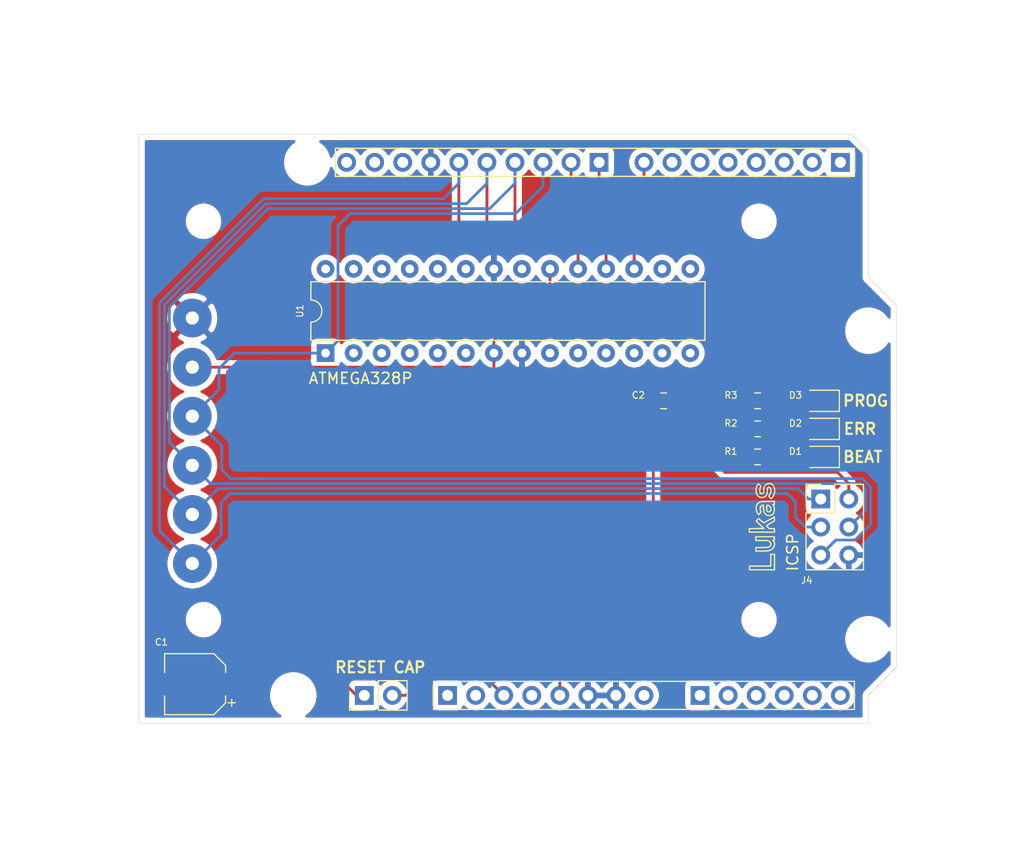
<source format=kicad_pcb>
(kicad_pcb (version 20171130) (host pcbnew "(5.1.9-0-10_14)")
  (layers (0 F.Cu signal) (31 B.Cu signal) (34 B.Paste user) (35 F.Paste user) (36 B.SilkS user) (37 F.SilkS user) (38 B.Mask user) (39 F.Mask user) (44 Edge.Cuts user))
  (net 0 "")
  (net 1 "Net-(J1-Pad8)")
  (net 2 "Net-(J1-Pad4)")
  (net 3 "Net-(J1-Pad3)")
  (net 4 "Net-(J1-Pad2)")
  (net 5 "Net-(J1-Pad1)")
  (net 6 GND)
  (net 7 "Net-(C1-Pad1)")
  (net 8 ICSP_5V)
  (net 9 "Net-(J2-Pad1)")
  (net 10 "Net-(J2-Pad2)")
  (net 11 "Net-(J2-Pad3)")
  (net 12 "Net-(J2-Pad4)")
  (net 13 "Net-(J2-Pad5)")
  (net 14 "Net-(J2-Pad6)")
  (net 15 ICSP_RST)
  (net 16 ICSP_MOSI)
  (net 17 ICSP_SCK)
  (net 18 ICSP_MISO)
  (net 19 LED_ERR)
  (net 20 LED_BEAT)
  (net 21 "Net-(J34-Pad8)")
  (net 22 "Net-(J34-Pad9)")
  (net 23 "Net-(J34-Pad10)")
  (net 24 "Net-(J35-Pad1)")
  (net 25 "Net-(J35-Pad2)")
  (net 26 "Net-(J35-Pad3)")
  (net 27 "Net-(J35-Pad4)")
  (net 28 "Net-(J35-Pad5)")
  (net 29 "Net-(J35-Pad6)")
  (net 30 "Net-(J35-Pad7)")
  (net 31 LED_PROG)
  (net 32 "Net-(U1-Pad28)")
  (net 33 "Net-(U1-Pad14)")
  (net 34 "Net-(U1-Pad27)")
  (net 35 "Net-(U1-Pad13)")
  (net 36 "Net-(U1-Pad26)")
  (net 37 "Net-(U1-Pad12)")
  (net 38 "Net-(U1-Pad25)")
  (net 39 "Net-(U1-Pad11)")
  (net 40 "Net-(U1-Pad24)")
  (net 41 "Net-(U1-Pad10)")
  (net 42 "Net-(U1-Pad23)")
  (net 43 "Net-(U1-Pad9)")
  (net 44 "Net-(U1-Pad21)")
  (net 45 "Net-(U1-Pad6)")
  (net 46 "Net-(U1-Pad5)")
  (net 47 "Net-(U1-Pad4)")
  (net 48 "Net-(U1-Pad3)")
  (net 49 "Net-(U1-Pad16)")
  (net 50 "Net-(U1-Pad2)")
  (net 51 "Net-(U1-Pad15)")
  (net 52 "Net-(D1-Pad2)")
  (net 53 "Net-(D2-Pad2)")
  (net 54 "Net-(D3-Pad2)")
  (module Resistor_SMD:R_0805_2012Metric (layer F.Cu) (at 157.607 97.79)
    (fp_text reference R3 (at -2.413 -0.508) (layer F.SilkS) (effects (font (size 0.6 0.6) (thickness 0.1))))
    (fp_text value R)
    (pad 2 smd roundrect (at 0.9375 0) (size 0.975 1.4) (layers F.Cu F.Paste F.Mask) (net 54 "Net-(D3-Pad2)"))
    (pad 1 smd roundrect (at -0.9375 0) (size 0.975 1.4) (layers F.Cu F.Paste F.Mask) (net 31 LED_PROG))
  )
  (module Resistor_SMD:R_0805_2012Metric (layer F.Cu) (at 157.607 100.33)
    (fp_text reference R2 (at -2.413 -0.508) (layer F.SilkS) (effects (font (size 0.6 0.6) (thickness 0.1))))
    (fp_text value R)
    (pad 2 smd roundrect (at 0.9375 0) (size 0.975 1.4) (layers F.Cu F.Paste F.Mask) (net 53 "Net-(D2-Pad2)"))
    (pad 1 smd roundrect (at -0.9375 0) (size 0.975 1.4) (layers F.Cu F.Paste F.Mask) (net 19 LED_ERR))
  )
  (module Resistor_SMD:R_0805_2012Metric (layer F.Cu) (at 157.607 102.87)
    (fp_text reference R1 (at -2.413 -0.508) (layer F.SilkS) (effects (font (size 0.6 0.6) (thickness 0.1))))
    (fp_text value R)
    (pad 2 smd roundrect (at 0.9375 0) (size 0.975 1.4) (layers F.Cu F.Paste F.Mask) (net 52 "Net-(D1-Pad2)"))
    (pad 1 smd roundrect (at -0.9375 0) (size 0.975 1.4) (layers F.Cu F.Paste F.Mask) (net 20 LED_BEAT))
  )
  (module LED_SMD:LED_0805_2012Metric (layer F.Cu) (at 163.322 97.79 180)
    (fp_text reference D3 (at 2.286 0.508) (layer F.SilkS) (effects (font (size 0.6 0.6) (thickness 0.1))))
    (fp_text value LED)
    (pad 2 smd roundrect (at 0.9375 0 180) (size 0.975 1.4) (layers F.Cu F.Paste F.Mask) (net 54 "Net-(D3-Pad2)"))
    (pad 1 smd roundrect (at -0.9375 0 180) (size 0.975 1.4) (layers F.Cu F.Paste F.Mask) (net 6 GND))
  )
  (module LED_SMD:LED_0805_2012Metric (layer F.Cu) (at 163.322 100.33 180)
    (fp_text reference D2 (at 2.286 0.508) (layer F.SilkS) (effects (font (size 0.6 0.6) (thickness 0.1))))
    (fp_text value LED)
    (pad 2 smd roundrect (at 0.9375 0 180) (size 0.975 1.4) (layers F.Cu F.Paste F.Mask) (net 53 "Net-(D2-Pad2)"))
    (pad 1 smd roundrect (at -0.9375 0 180) (size 0.975 1.4) (layers F.Cu F.Paste F.Mask) (net 6 GND))
  )
  (module LED_SMD:LED_0805_2012Metric (layer F.Cu) (at 163.322 102.87 180)
    (fp_text reference D1 (at 2.286 0.508) (layer F.SilkS) (effects (font (size 0.6 0.6) (thickness 0.1))))
    (fp_text value LED)
    (pad 2 smd roundrect (at 0.9375 0 180) (size 0.975 1.4) (layers F.Cu F.Paste F.Mask) (net 52 "Net-(D1-Pad2)"))
    (pad 1 smd roundrect (at -0.9375 0 180) (size 0.975 1.4) (layers F.Cu F.Paste F.Mask) (net 6 GND))
  )
  (module Package_DIP:DIP-28_W7.62mm (layer F.Cu) (at 118.491 93.472 90)
    (fp_text reference U1 (at 3.81 -2.33 90) (layer F.SilkS) (effects (font (size 0.6 0.6) (thickness 0.1))))
    (fp_text value ATmega328P-PU)
    (pad 28 thru_hole oval (at 7.62 0 90) (size 1.6 1.6) (drill 0.8) (layers *.Cu *.Mask) (net 32 "Net-(U1-Pad28)"))
    (pad 14 thru_hole oval (at 0 33.02 90) (size 1.6 1.6) (drill 0.8) (layers *.Cu *.Mask) (net 33 "Net-(U1-Pad14)"))
    (pad 27 thru_hole oval (at 7.62 2.54 90) (size 1.6 1.6) (drill 0.8) (layers *.Cu *.Mask) (net 34 "Net-(U1-Pad27)"))
    (pad 13 thru_hole oval (at 0 30.48 90) (size 1.6 1.6) (drill 0.8) (layers *.Cu *.Mask) (net 35 "Net-(U1-Pad13)"))
    (pad 26 thru_hole oval (at 7.62 5.08 90) (size 1.6 1.6) (drill 0.8) (layers *.Cu *.Mask) (net 36 "Net-(U1-Pad26)"))
    (pad 12 thru_hole oval (at 0 27.94 90) (size 1.6 1.6) (drill 0.8) (layers *.Cu *.Mask) (net 37 "Net-(U1-Pad12)"))
    (pad 25 thru_hole oval (at 7.62 7.62 90) (size 1.6 1.6) (drill 0.8) (layers *.Cu *.Mask) (net 38 "Net-(U1-Pad25)"))
    (pad 11 thru_hole oval (at 0 25.4 90) (size 1.6 1.6) (drill 0.8) (layers *.Cu *.Mask) (net 39 "Net-(U1-Pad11)"))
    (pad 24 thru_hole oval (at 7.62 10.16 90) (size 1.6 1.6) (drill 0.8) (layers *.Cu *.Mask) (net 40 "Net-(U1-Pad24)"))
    (pad 10 thru_hole oval (at 0 22.86 90) (size 1.6 1.6) (drill 0.8) (layers *.Cu *.Mask) (net 41 "Net-(U1-Pad10)"))
    (pad 23 thru_hole oval (at 7.62 12.7 90) (size 1.6 1.6) (drill 0.8) (layers *.Cu *.Mask) (net 42 "Net-(U1-Pad23)"))
    (pad 9 thru_hole oval (at 0 20.32 90) (size 1.6 1.6) (drill 0.8) (layers *.Cu *.Mask) (net 43 "Net-(U1-Pad9)"))
    (pad 22 thru_hole oval (at 7.62 15.24 90) (size 1.6 1.6) (drill 0.8) (layers *.Cu *.Mask) (net 6 GND))
    (pad 8 thru_hole oval (at 0 17.78 90) (size 1.6 1.6) (drill 0.8) (layers *.Cu *.Mask) (net 6 GND))
    (pad 21 thru_hole oval (at 7.62 17.78 90) (size 1.6 1.6) (drill 0.8) (layers *.Cu *.Mask) (net 44 "Net-(U1-Pad21)"))
    (pad 7 thru_hole oval (at 0 15.24 90) (size 1.6 1.6) (drill 0.8) (layers *.Cu *.Mask) (net 8 ICSP_5V))
    (pad 20 thru_hole oval (at 7.62 20.32 90) (size 1.6 1.6) (drill 0.8) (layers *.Cu *.Mask) (net 8 ICSP_5V))
    (pad 6 thru_hole oval (at 0 12.7 90) (size 1.6 1.6) (drill 0.8) (layers *.Cu *.Mask) (net 45 "Net-(U1-Pad6)"))
    (pad 19 thru_hole oval (at 7.62 22.86 90) (size 1.6 1.6) (drill 0.8) (layers *.Cu *.Mask) (net 17 ICSP_SCK))
    (pad 5 thru_hole oval (at 0 10.16 90) (size 1.6 1.6) (drill 0.8) (layers *.Cu *.Mask) (net 46 "Net-(U1-Pad5)"))
    (pad 18 thru_hole oval (at 7.62 25.4 90) (size 1.6 1.6) (drill 0.8) (layers *.Cu *.Mask) (net 18 ICSP_MISO))
    (pad 4 thru_hole oval (at 0 7.62 90) (size 1.6 1.6) (drill 0.8) (layers *.Cu *.Mask) (net 47 "Net-(U1-Pad4)"))
    (pad 17 thru_hole oval (at 7.62 27.94 90) (size 1.6 1.6) (drill 0.8) (layers *.Cu *.Mask) (net 16 ICSP_MOSI))
    (pad 3 thru_hole oval (at 0 5.08 90) (size 1.6 1.6) (drill 0.8) (layers *.Cu *.Mask) (net 48 "Net-(U1-Pad3)"))
    (pad 16 thru_hole oval (at 7.62 30.48 90) (size 1.6 1.6) (drill 0.8) (layers *.Cu *.Mask) (net 49 "Net-(U1-Pad16)"))
    (pad 2 thru_hole oval (at 0 2.54 90) (size 1.6 1.6) (drill 0.8) (layers *.Cu *.Mask) (net 50 "Net-(U1-Pad2)"))
    (pad 15 thru_hole oval (at 7.62 33.02 90) (size 1.6 1.6) (drill 0.8) (layers *.Cu *.Mask) (net 51 "Net-(U1-Pad15)"))
    (pad 1 thru_hole rect (at 0 0 90) (size 1.6 1.6) (drill 0.8) (layers *.Cu *.Mask) (net 15 ICSP_RST))
  )
  (module Connector_Wire:SolderWirePad_1x01_Drill1.2mm (layer F.Cu) (at 106.426 90.297 90)
    (fp_text reference J10 hide)
    (fp_text value Conn_01x01_Female)
    (pad 1 thru_hole circle (at 0 0 90) (size 3.50012 3.50012) (drill 1.19888) (layers *.Cu *.Mask) (net 6 GND))
  )
  (module Connector_Wire:SolderWirePad_1x01_Drill1.2mm (layer F.Cu) (at 106.426 94.742 90)
    (fp_text reference J9 hide)
    (fp_text value Conn_01x01_Female)
    (pad 1 thru_hole circle (at 0 0 90) (size 3.50012 3.50012) (drill 1.19888) (layers *.Cu *.Mask) (net 8 ICSP_5V))
  )
  (module Connector_Wire:SolderWirePad_1x01_Drill1.2mm (layer F.Cu) (at 106.426 99.187 90)
    (fp_text reference J8 hide)
    (fp_text value Conn_01x01_Female)
    (pad 1 thru_hole circle (at 0 0 90) (size 3.50012 3.50012) (drill 1.19888) (layers *.Cu *.Mask) (net 15 ICSP_RST))
  )
  (module Connector_Wire:SolderWirePad_1x01_Drill1.2mm (layer F.Cu) (at 106.426 103.632 90)
    (fp_text reference J7 hide)
    (fp_text value Conn_01x01_Female)
    (pad 1 thru_hole circle (at 0 0 90) (size 3.50012 3.50012) (drill 1.19888) (layers *.Cu *.Mask) (net 16 ICSP_MOSI))
  )
  (module Connector_Wire:SolderWirePad_1x01_Drill1.2mm (layer F.Cu) (at 106.426 108.077 90)
    (fp_text reference J6 hide)
    (fp_text value Conn_01x01_Female)
    (pad 1 thru_hole circle (at 0 0 90) (size 3.50012 3.50012) (drill 1.19888) (layers *.Cu *.Mask) (net 18 ICSP_MISO))
  )
  (module Connector_Wire:SolderWirePad_1x01_Drill1.2mm (layer F.Cu) (at 106.426 112.522 90)
    (fp_text reference J5 hide)
    (fp_text value Conn_01x01_Female)
    (pad 1 thru_hole circle (at 0 0 90) (size 3.50012 3.50012) (drill 1.19888) (layers *.Cu *.Mask) (net 17 ICSP_SCK))
  )
  (module Capacitor_SMD:C_0805_2012Metric (layer F.Cu) (at 149.098 97.79)
    (fp_text reference C2 (at -2.286 -0.508) (layer F.SilkS) (effects (font (size 0.6 0.6) (thickness 0.1))))
    (fp_text value C)
    (pad 2 smd roundrect (at 0.9375 0) (size 0.975 1.4) (layers F.Cu F.Paste F.Mask) (net 6 GND))
    (pad 1 smd roundrect (at -0.9375 0) (size 0.975 1.4) (layers F.Cu F.Paste F.Mask) (net 8 ICSP_5V))
  )
  (module Connector_PinHeader_2.54mm:PinHeader_2x03_P2.54mm_Vertical (layer F.Cu) (at 163.322 106.68)
    (fp_text reference J4 (at -1.27 7.366 180) (layer F.SilkS) (effects (font (size 0.6 0.6) (thickness 0.1))))
    (fp_text value Conn_02x03_Odd_Even)
    (pad 6 thru_hole oval (at 2.54 5.08) (size 1.7 1.7) (drill 1) (layers *.Cu *.Mask) (net 6 GND))
    (pad 5 thru_hole oval (at 0 5.08) (size 1.7 1.7) (drill 1) (layers *.Cu *.Mask) (net 15 ICSP_RST))
    (pad 4 thru_hole oval (at 2.54 2.54) (size 1.7 1.7) (drill 1) (layers *.Cu *.Mask) (net 16 ICSP_MOSI))
    (pad 3 thru_hole oval (at 0 2.54) (size 1.7 1.7) (drill 1) (layers *.Cu *.Mask) (net 17 ICSP_SCK))
    (pad 2 thru_hole oval (at 2.54 0) (size 1.7 1.7) (drill 1) (layers *.Cu *.Mask) (net 8 ICSP_5V))
    (pad 1 thru_hole rect (at 0 0) (size 1.7 1.7) (drill 1) (layers *.Cu *.Mask) (net 18 ICSP_MISO))
  )
  (module MountingHole:MountingHole_3.2mm_M3 (layer F.Cu) (at 115.57 124.46)
    (fp_text reference REF** hide)
    (fp_text value MountingHole_3.2mm_M3)
    (pad 1 np_thru_hole circle (at 0 0) (size 3.2 3.2) (drill 3.2) (layers *.Cu *.Mask))
  )
  (module Connector_PinHeader_2.54mm:PinHeader_1x02_P2.54mm_Vertical (layer F.Cu) (at 121.9962 124.46 90)
    (fp_text reference J3 hide)
    (fp_text value Conn_01x02_Male)
    (pad 2 thru_hole oval (at 0 2.54 90) (size 1.7 1.7) (drill 1) (layers *.Cu *.Mask) (net 3 "Net-(J1-Pad3)"))
    (pad 1 thru_hole rect (at 0 0 90) (size 1.7 1.7) (drill 1) (layers *.Cu *.Mask) (net 7 "Net-(C1-Pad1)"))
  )
  (module MountingHole:MountingHole_2.2mm_M2 (layer F.Cu) (at 107.442 117.602)
    (fp_text reference H4 hide)
    (fp_text value MountingHole)
    (pad 1 np_thru_hole circle (at 0 0) (size 2.2 2.2) (drill 2.2) (layers *.Cu *.Mask))
  )
  (module MountingHole:MountingHole_2.2mm_M2 (layer F.Cu) (at 107.442 81.534)
    (fp_text reference H3 hide)
    (fp_text value MountingHole)
    (pad 1 np_thru_hole circle (at 0 0) (size 2.2 2.2) (drill 2.2) (layers *.Cu *.Mask))
  )
  (module MountingHole:MountingHole_2.2mm_M2 (layer F.Cu) (at 157.734 81.534)
    (fp_text reference H2 hide)
    (fp_text value MountingHole)
    (pad 1 np_thru_hole circle (at 0 0) (size 2.2 2.2) (drill 2.2) (layers *.Cu *.Mask))
  )
  (module MountingHole:MountingHole_2.2mm_M2 (layer F.Cu) (at 157.734 117.602)
    (fp_text reference H1 hide)
    (fp_text value MountingHole)
    (pad 1 np_thru_hole circle (at 0 0) (size 2.2 2.2) (drill 2.2) (layers *.Cu *.Mask))
  )
  (module Capacitor_SMD:CP_Elec_5x5.3 (layer F.Cu) (at 106.68 123.444 180)
    (fp_text reference C1 (at 3.048 3.81) (layer F.SilkS) (effects (font (size 0.6 0.6) (thickness 0.1))))
    (fp_text value 10uF)
    (pad 2 smd roundrect (at 2.2 0 180) (size 3 1.6) (layers F.Cu F.Paste F.Mask) (roundrect_rratio 0.15625) (net 6 GND))
    (pad 1 smd roundrect (at -2.2 0 180) (size 3 1.6) (layers F.Cu F.Paste F.Mask) (roundrect_rratio 0.15625) (net 7 "Net-(C1-Pad1)"))
  )
  (module lukas_logos:LukasLogo2_Tiny (layer F.Cu) (at 157.988 109.22 90)
    (fp_text reference G*** hide)
    (fp_text value LOGO hide)
  )
  (module MountingHole:MountingHole_3.2mm_M3 (layer F.Cu) (at 116.84 76.2)
    (fp_text reference REF** hide)
    (fp_text value MountingHole_3.2mm_M3)
    (pad 1 np_thru_hole circle (at 0 0) (size 3.2 3.2) (drill 3.2) (layers *.Cu *.Mask))
  )
  (module MountingHole:MountingHole_3.2mm_M3 (layer F.Cu) (at 167.64 91.44)
    (fp_text reference REF** hide)
    (fp_text value MountingHole_3.2mm_M3)
    (pad 1 np_thru_hole circle (at 0 0) (size 3.2 3.2) (drill 3.2) (layers *.Cu *.Mask))
  )
  (module MountingHole:MountingHole_3.2mm_M3 (layer F.Cu) (at 167.64 119.38)
    (fp_text reference REF** hide)
    (fp_text value MountingHole_3.2mm_M3)
    (pad 1 np_thru_hole circle (at 0 0) (size 3.2 3.2) (drill 3.2) (layers *.Cu *.Mask))
  )
  (module Connector_PinHeader_2.54mm:PinHeader_1x08_P2.54mm_Vertical (layer F.Cu) (at 129.54 124.46 90)
    (fp_text reference J1 hide)
    (fp_text value CONN_POWER)
    (pad 8 thru_hole oval (at 0 17.78 90) (size 1.7 1.7) (drill 1) (layers *.Cu *.Mask) (net 1 "Net-(J1-Pad8)"))
    (pad 7 thru_hole oval (at 0 15.24 90) (size 1.7 1.7) (drill 1) (layers *.Cu *.Mask) (net 6 GND))
    (pad 6 thru_hole oval (at 0 12.7 90) (size 1.7 1.7) (drill 1) (layers *.Cu *.Mask) (net 6 GND))
    (pad 5 thru_hole oval (at 0 10.16 90) (size 1.7 1.7) (drill 1) (layers *.Cu *.Mask) (net 8 ICSP_5V))
    (pad 4 thru_hole oval (at 0 7.62 90) (size 1.7 1.7) (drill 1) (layers *.Cu *.Mask) (net 2 "Net-(J1-Pad4)"))
    (pad 3 thru_hole oval (at 0 5.08 90) (size 1.7 1.7) (drill 1) (layers *.Cu *.Mask) (net 3 "Net-(J1-Pad3)"))
    (pad 2 thru_hole oval (at 0 2.54 90) (size 1.7 1.7) (drill 1) (layers *.Cu *.Mask) (net 4 "Net-(J1-Pad2)"))
    (pad 1 thru_hole rect (at 0 0 90) (size 1.7 1.7) (drill 1) (layers *.Cu *.Mask) (net 5 "Net-(J1-Pad1)"))
  )
  (module Connector_PinHeader_2.54mm:PinHeader_1x06_P2.54mm_Vertical (layer F.Cu) (at 152.4 124.46 90)
    (fp_text reference J2 hide)
    (fp_text value CONN_ANALOG_IN)
    (pad 1 thru_hole rect (at 0 0 90) (size 1.7 1.7) (drill 1) (layers *.Cu *.Mask) (net 9 "Net-(J2-Pad1)"))
    (pad 2 thru_hole oval (at 0 2.54 90) (size 1.7 1.7) (drill 1) (layers *.Cu *.Mask) (net 10 "Net-(J2-Pad2)"))
    (pad 3 thru_hole oval (at 0 5.08 90) (size 1.7 1.7) (drill 1) (layers *.Cu *.Mask) (net 11 "Net-(J2-Pad3)"))
    (pad 4 thru_hole oval (at 0 7.62 90) (size 1.7 1.7) (drill 1) (layers *.Cu *.Mask) (net 12 "Net-(J2-Pad4)"))
    (pad 5 thru_hole oval (at 0 10.16 90) (size 1.7 1.7) (drill 1) (layers *.Cu *.Mask) (net 13 "Net-(J2-Pad5)"))
    (pad 6 thru_hole oval (at 0 12.7 90) (size 1.7 1.7) (drill 1) (layers *.Cu *.Mask) (net 14 "Net-(J2-Pad6)"))
  )
  (module Connector_PinHeader_2.54mm:PinHeader_1x10_P2.54mm_Vertical (layer F.Cu) (at 143.256 76.2 270)
    (fp_text reference J34 hide)
    (fp_text value CONN_DIGITAL_8-13)
    (pad 1 thru_hole rect (at 0 0 270) (size 1.7 1.7) (drill 1) (layers *.Cu *.Mask) (net 19 LED_ERR))
    (pad 2 thru_hole oval (at 0 2.54 270) (size 1.7 1.7) (drill 1) (layers *.Cu *.Mask) (net 20 LED_BEAT))
    (pad 3 thru_hole oval (at 0 5.08 270) (size 1.7 1.7) (drill 1) (layers *.Cu *.Mask) (net 15 ICSP_RST))
    (pad 4 thru_hole oval (at 0 7.62 270) (size 1.7 1.7) (drill 1) (layers *.Cu *.Mask) (net 16 ICSP_MOSI))
    (pad 5 thru_hole oval (at 0 10.16 270) (size 1.7 1.7) (drill 1) (layers *.Cu *.Mask) (net 18 ICSP_MISO))
    (pad 6 thru_hole oval (at 0 12.7 270) (size 1.7 1.7) (drill 1) (layers *.Cu *.Mask) (net 17 ICSP_SCK))
    (pad 7 thru_hole oval (at 0 15.24 270) (size 1.7 1.7) (drill 1) (layers *.Cu *.Mask) (net 6 GND))
    (pad 8 thru_hole oval (at 0 17.78 270) (size 1.7 1.7) (drill 1) (layers *.Cu *.Mask) (net 21 "Net-(J34-Pad8)"))
    (pad 9 thru_hole oval (at 0 20.32 270) (size 1.7 1.7) (drill 1) (layers *.Cu *.Mask) (net 22 "Net-(J34-Pad9)"))
    (pad 10 thru_hole oval (at 0 22.86 270) (size 1.7 1.7) (drill 1) (layers *.Cu *.Mask) (net 23 "Net-(J34-Pad10)"))
  )
  (module Connector_PinHeader_2.54mm:PinHeader_1x08_P2.54mm_Vertical (layer F.Cu) (at 165.1 76.2 270)
    (fp_text reference J35)
    (fp_text value CONN_DIGITAL_0-7)
    (pad 1 thru_hole rect (at 0 0 270) (size 1.7 1.7) (drill 1) (layers *.Cu *.Mask) (net 24 "Net-(J35-Pad1)"))
    (pad 2 thru_hole oval (at 0 2.54 270) (size 1.7 1.7) (drill 1) (layers *.Cu *.Mask) (net 25 "Net-(J35-Pad2)"))
    (pad 3 thru_hole oval (at 0 5.08 270) (size 1.7 1.7) (drill 1) (layers *.Cu *.Mask) (net 26 "Net-(J35-Pad3)"))
    (pad 4 thru_hole oval (at 0 7.62 270) (size 1.7 1.7) (drill 1) (layers *.Cu *.Mask) (net 27 "Net-(J35-Pad4)"))
    (pad 5 thru_hole oval (at 0 10.16 270) (size 1.7 1.7) (drill 1) (layers *.Cu *.Mask) (net 28 "Net-(J35-Pad5)"))
    (pad 6 thru_hole oval (at 0 12.7 270) (size 1.7 1.7) (drill 1) (layers *.Cu *.Mask) (net 29 "Net-(J35-Pad6)"))
    (pad 7 thru_hole oval (at 0 15.24 270) (size 1.7 1.7) (drill 1) (layers *.Cu *.Mask) (net 30 "Net-(J35-Pad7)"))
    (pad 8 thru_hole oval (at 0 17.78 270) (size 1.7 1.7) (drill 1) (layers *.Cu *.Mask) (net 31 LED_PROG))
  )
  (gr_text ATMEGA328P (at 121.666 95.758) (layer F.SilkS) (effects (font (size 1 1))))
  (gr_text ICSP (at 160.782 111.506 90) (layer F.SilkS) (effects (font (size 1 1))))
  (gr_line (start 166.37 74.93) (end 166.37 77.47) (layer F.SilkS) (width 0.12))
  (gr_text "RESET CAP" (at 123.444 121.92) (layer F.SilkS) (effects (font (size 1 1) (thickness 0.2))))
  (gr_text PROG (at 167.386 97.79) (layer F.SilkS) (effects (font (size 1 1) (thickness 0.2))))
  (gr_text ERR (at 166.878 100.33) (layer F.SilkS) (effects (font (size 1 1) (thickness 0.2))))
  (gr_text BEAT (at 167.132 102.87) (layer F.SilkS) (effects (font (size 1 1) (thickness 0.2))))
  (gr_line (start 140.716 77.47) (end 166.37 77.47) (layer F.SilkS) (width 0.12))
  (gr_line (start 138.176 77.47) (end 140.716 77.47) (layer F.SilkS) (width 0.12))
  (gr_line (start 130.302 77.47) (end 138.176 77.47) (layer F.SilkS) (width 0.12))
  (gr_line (start 119.38 77.47) (end 130.302 77.47) (layer F.SilkS) (width 0.12))
  (gr_line (start 128.27 123.19) (end 128.27 125.73) (layer F.SilkS) (width 0.12))
  (gr_line (start 128.27 123.19) (end 166.37 123.19) (layer F.SilkS) (width 0.12))
  (gr_line (start 144.78 74.93) (end 146.05 74.93) (layer F.SilkS) (width 0.12))
  (gr_line (start 148.59 125.73) (end 151.13 125.73) (layer F.SilkS) (width 0.12))
  (gr_line (start 148.59 125.73) (end 128.27 125.73) (layer F.SilkS) (width 0.12))
  (gr_line (start 166.37 125.73) (end 166.37 123.19) (layer F.SilkS) (width 0.12))
  (gr_line (start 151.13 125.73) (end 166.37 125.73) (layer F.SilkS) (width 0.12))
  (gr_line (start 119.38 74.93) (end 119.38 77.47) (layer F.SilkS) (width 0.12))
  (gr_line (start 144.78 74.93) (end 119.38 74.93) (layer F.SilkS) (width 0.12))
  (gr_line (start 166.37 74.93) (end 146.05 74.93) (layer F.SilkS) (width 0.12))
  (gr_line (start 167.64 86.614) (end 167.64 75.184) (layer Edge.Cuts) (width 0.05))
  (gr_line (start 170.18 89.154) (end 167.64 86.614) (layer Edge.Cuts) (width 0.05))
  (gr_line (start 170.18 96.52) (end 170.18 89.154) (layer Edge.Cuts) (width 0.05))
  (gr_line (start 170.18 109.22) (end 170.18 96.52) (layer Edge.Cuts) (width 0.05))
  (gr_line (start 170.18 121.92) (end 170.18 109.22) (layer Edge.Cuts) (width 0.05))
  (gr_line (start 170.18 121.92) (end 167.64 124.46) (layer Edge.Cuts) (width 0.05))
  (gr_line (start 167.64 127) (end 167.64 124.46) (layer Edge.Cuts) (width 0.05))
  (gr_line (start 167.64 75.184) (end 166.116 73.66) (layer Edge.Cuts) (width 0.05))
  (gr_line (start 165.1 73.66) (end 166.116 73.66) (layer Edge.Cuts) (width 0.05))
  (gr_line (start 101.6 73.66) (end 165.1 73.66) (layer Edge.Cuts) (width 0.05))
  (gr_line (start 101.6 127) (end 101.6 73.66) (layer Edge.Cuts) (width 0.05))
  (gr_line (start 101.6 127) (end 167.64 127) (layer Edge.Cuts) (width 0.05))
  (segment (start 124.5362 124.46) (end 125.73 124.46) (width 0.25) (layer F.Cu) (net 3))
  (segment (start 125.73 124.46) (end 127.635 122.555) (width 0.25) (layer F.Cu) (net 3))
  (segment (start 132.715 122.555) (end 134.62 124.46) (width 0.25) (layer F.Cu) (net 3))
  (segment (start 127.635 122.555) (end 132.715 122.555) (width 0.25) (layer F.Cu) (net 3))
  (segment (start 110.871 123.444) (end 113.665 120.65) (width 0.25) (layer F.Cu) (net 7))
  (segment (start 108.88 123.444) (end 110.871 123.444) (width 0.25) (layer F.Cu) (net 7))
  (segment (start 121.285 124.46) (end 117.475 120.65) (width 0.25) (layer F.Cu) (net 7))
  (segment (start 121.9962 124.46) (end 121.285 124.46) (width 0.25) (layer F.Cu) (net 7))
  (segment (start 113.665 120.65) (end 117.475 120.65) (width 0.25) (layer F.Cu) (net 7))
  (segment (start 148.1605 97.79) (end 148.1605 107.7445) (width 0.25) (layer F.Cu) (net 8))
  (segment (start 139.7 116.205) (end 139.7 124.46) (width 0.25) (layer F.Cu) (net 8))
  (segment (start 148.1605 107.7445) (end 139.7 116.205) (width 0.25) (layer F.Cu) (net 8))
  (segment (start 148.1605 97.79) (end 135.89 97.79) (width 0.25) (layer F.Cu) (net 8))
  (segment (start 133.731 95.631) (end 133.731 93.472) (width 0.25) (layer F.Cu) (net 8))
  (segment (start 135.89 97.79) (end 133.731 95.631) (width 0.25) (layer F.Cu) (net 8))
  (segment (start 133.731 92.329) (end 133.731 93.472) (width 0.25) (layer F.Cu) (net 8))
  (segment (start 138.811 87.249) (end 133.731 92.329) (width 0.25) (layer F.Cu) (net 8))
  (segment (start 138.811 85.852) (end 138.811 87.249) (width 0.25) (layer F.Cu) (net 8))
  (segment (start 165.862 106.68) (end 165.862 105.283) (width 0.25) (layer F.Cu) (net 8))
  (segment (start 165.862 105.283) (end 164.846 104.267) (width 0.25) (layer F.Cu) (net 8))
  (segment (start 154.6375 104.267) (end 148.1605 97.79) (width 0.25) (layer F.Cu) (net 8))
  (segment (start 164.846 104.267) (end 154.6375 104.267) (width 0.25) (layer F.Cu) (net 8))
  (segment (start 132.842 94.742) (end 133.731 95.631) (width 0.25) (layer F.Cu) (net 8))
  (segment (start 106.426 94.742) (end 132.842 94.742) (width 0.25) (layer F.Cu) (net 8))
  (segment (start 106.426 99.187) (end 108.839 96.774) (width 0.25) (layer B.Cu) (net 15))
  (segment (start 108.839 96.774) (end 108.839 94.869) (width 0.25) (layer B.Cu) (net 15))
  (segment (start 108.839 94.869) (end 110.236 93.472) (width 0.25) (layer B.Cu) (net 15))
  (segment (start 113.157 93.472) (end 118.491 93.472) (width 0.25) (layer B.Cu) (net 15))
  (segment (start 110.236 93.472) (end 113.157 93.472) (width 0.25) (layer B.Cu) (net 15))
  (segment (start 163.322 111.76) (end 164.497001 110.584999) (width 0.25) (layer B.Cu) (net 15))
  (segment (start 167.836009 105.604599) (end 167.0644 104.83299) (width 0.25) (layer B.Cu) (net 15))
  (segment (start 167.836009 108.984993) (end 167.836009 105.604599) (width 0.25) (layer B.Cu) (net 15))
  (segment (start 166.426001 110.395001) (end 167.836009 108.984993) (width 0.25) (layer B.Cu) (net 15))
  (segment (start 164.686999 110.395001) (end 166.426001 110.395001) (width 0.25) (layer B.Cu) (net 15))
  (segment (start 163.322 111.76) (end 164.686999 110.395001) (width 0.25) (layer B.Cu) (net 15))
  (segment (start 112.70699 104.83299) (end 109.91299 104.83299) (width 0.25) (layer B.Cu) (net 15))
  (segment (start 167.0644 104.83299) (end 112.70699 104.83299) (width 0.25) (layer B.Cu) (net 15))
  (segment (start 112.70699 104.83299) (end 111.18299 104.83299) (width 0.25) (layer B.Cu) (net 15))
  (segment (start 109.91299 104.83299) (end 109.093 104.013) (width 0.25) (layer B.Cu) (net 15))
  (segment (start 109.093 104.013) (end 109.093 101.854) (width 0.25) (layer B.Cu) (net 15))
  (segment (start 109.093 101.854) (end 108.5215 101.2825) (width 0.25) (layer B.Cu) (net 15))
  (segment (start 108.5215 101.2825) (end 106.426 99.187) (width 0.25) (layer B.Cu) (net 15))
  (segment (start 108.712 101.473) (end 108.5215 101.2825) (width 0.25) (layer B.Cu) (net 15))
  (segment (start 138.176 78.359) (end 138.176 77.216) (width 0.25) (layer B.Cu) (net 15))
  (segment (start 138.176 77.216) (end 138.176 76.2) (width 0.25) (layer B.Cu) (net 15))
  (segment (start 119.616001 92.346999) (end 119.616001 81.932999) (width 0.25) (layer B.Cu) (net 15))
  (segment (start 135.69399 80.84101) (end 138.176 78.359) (width 0.25) (layer B.Cu) (net 15))
  (segment (start 120.70799 80.84101) (end 135.69399 80.84101) (width 0.25) (layer B.Cu) (net 15))
  (segment (start 119.616001 81.932999) (end 120.70799 80.84101) (width 0.25) (layer B.Cu) (net 15))
  (segment (start 118.491 93.472) (end 119.616001 92.346999) (width 0.25) (layer B.Cu) (net 15))
  (segment (start 135.636 76.2) (end 135.636 77.343) (width 0.25) (layer F.Cu) (net 16))
  (segment (start 136.76798 82.53898) (end 135.636 81.407) (width 0.25) (layer F.Cu) (net 16))
  (segment (start 135.636 81.407) (end 135.636 76.2) (width 0.25) (layer F.Cu) (net 16))
  (segment (start 145.27698 82.53898) (end 136.76798 82.53898) (width 0.25) (layer F.Cu) (net 16))
  (segment (start 146.431 83.693) (end 145.27698 82.53898) (width 0.25) (layer F.Cu) (net 16))
  (segment (start 146.431 85.852) (end 146.431 83.693) (width 0.25) (layer F.Cu) (net 16))
  (segment (start 104.350939 89.30097) (end 113.260909 80.391) (width 0.25) (layer B.Cu) (net 16))
  (segment (start 104.350939 101.556939) (end 104.350939 89.30097) (width 0.25) (layer B.Cu) (net 16))
  (segment (start 106.426 103.632) (end 104.350939 101.556939) (width 0.25) (layer B.Cu) (net 16))
  (segment (start 113.260909 80.391) (end 133.35 80.391) (width 0.25) (layer B.Cu) (net 16))
  (segment (start 135.636 78.105) (end 135.636 76.2) (width 0.25) (layer B.Cu) (net 16))
  (segment (start 133.35 80.391) (end 135.636 78.105) (width 0.25) (layer B.Cu) (net 16))
  (segment (start 165.862 109.22) (end 167.386 107.696) (width 0.25) (layer B.Cu) (net 16))
  (segment (start 167.386 107.696) (end 167.386 105.791) (width 0.25) (layer B.Cu) (net 16))
  (segment (start 167.386 105.791) (end 166.878 105.283) (width 0.25) (layer B.Cu) (net 16))
  (segment (start 108.077 105.283) (end 106.426 103.632) (width 0.25) (layer B.Cu) (net 16))
  (segment (start 166.878 105.283) (end 108.077 105.283) (width 0.25) (layer B.Cu) (net 16))
  (segment (start 130.556 82.042) (end 130.556 81.28) (width 0.25) (layer F.Cu) (net 17))
  (segment (start 131.953 83.439) (end 130.556 82.042) (width 0.25) (layer F.Cu) (net 17))
  (segment (start 140.716 83.439) (end 131.953 83.439) (width 0.25) (layer F.Cu) (net 17))
  (segment (start 141.351 84.074) (end 140.716 83.439) (width 0.25) (layer F.Cu) (net 17))
  (segment (start 141.351 85.852) (end 141.351 84.074) (width 0.25) (layer F.Cu) (net 17))
  (segment (start 130.556 81.28) (end 130.556 76.2) (width 0.25) (layer F.Cu) (net 17))
  (segment (start 130.556 81.661) (end 130.556 81.28) (width 0.25) (layer F.Cu) (net 17))
  (segment (start 106.426 112.522) (end 103.45092 109.54692) (width 0.25) (layer B.Cu) (net 17))
  (segment (start 103.45092 109.54692) (end 103.450921 88.928168) (width 0.25) (layer B.Cu) (net 17))
  (segment (start 103.450921 88.928168) (end 112.888109 79.49098) (width 0.25) (layer B.Cu) (net 17))
  (segment (start 112.888109 79.49098) (end 129.17002 79.49098) (width 0.25) (layer B.Cu) (net 17))
  (segment (start 130.556 78.105) (end 130.556 76.2) (width 0.25) (layer B.Cu) (net 17))
  (segment (start 129.17002 79.49098) (end 130.556 78.105) (width 0.25) (layer B.Cu) (net 17))
  (segment (start 109.84398 106.18302) (end 109.0295 106.9975) (width 0.25) (layer B.Cu) (net 17))
  (segment (start 160.28502 106.18302) (end 109.84398 106.18302) (width 0.25) (layer B.Cu) (net 17))
  (segment (start 161.036 106.934) (end 160.28502 106.18302) (width 0.25) (layer B.Cu) (net 17))
  (segment (start 161.036 108.331) (end 161.036 106.934) (width 0.25) (layer B.Cu) (net 17))
  (segment (start 109.0295 109.9185) (end 106.426 112.522) (width 0.25) (layer B.Cu) (net 17))
  (segment (start 161.925 109.22) (end 161.036 108.331) (width 0.25) (layer B.Cu) (net 17))
  (segment (start 109.0295 106.9975) (end 109.0295 109.9185) (width 0.25) (layer B.Cu) (net 17))
  (segment (start 163.322 109.22) (end 161.925 109.22) (width 0.25) (layer B.Cu) (net 17))
  (segment (start 133.096 81.661) (end 133.096 78.359) (width 0.25) (layer F.Cu) (net 18))
  (segment (start 142.93299 82.98899) (end 134.42399 82.98899) (width 0.25) (layer F.Cu) (net 18))
  (segment (start 143.891 83.947) (end 142.93299 82.98899) (width 0.25) (layer F.Cu) (net 18))
  (segment (start 143.891 85.852) (end 143.891 83.947) (width 0.25) (layer F.Cu) (net 18))
  (segment (start 133.096 78.359) (end 133.096 76.2) (width 0.25) (layer F.Cu) (net 18))
  (segment (start 134.42399 82.98899) (end 133.096 81.661) (width 0.25) (layer F.Cu) (net 18))
  (segment (start 133.096 81.026) (end 133.096 78.359) (width 0.25) (layer F.Cu) (net 18))
  (segment (start 106.426 108.077) (end 103.900929 105.551929) (width 0.25) (layer B.Cu) (net 18))
  (segment (start 103.90093 89.114569) (end 113.074509 79.94099) (width 0.25) (layer B.Cu) (net 18))
  (segment (start 103.900929 105.551929) (end 103.90093 89.114569) (width 0.25) (layer B.Cu) (net 18))
  (segment (start 113.074509 79.94099) (end 131.26001 79.94099) (width 0.25) (layer B.Cu) (net 18))
  (segment (start 133.096 78.105) (end 133.096 76.2) (width 0.25) (layer B.Cu) (net 18))
  (segment (start 131.26001 79.94099) (end 133.096 78.105) (width 0.25) (layer B.Cu) (net 18))
  (segment (start 107.7595 106.7435) (end 106.426 108.077) (width 0.25) (layer B.Cu) (net 18))
  (segment (start 162.222 106.68) (end 161.27501 105.73301) (width 0.25) (layer B.Cu) (net 18))
  (segment (start 108.76999 105.73301) (end 107.7595 106.7435) (width 0.25) (layer B.Cu) (net 18))
  (segment (start 161.27501 105.73301) (end 108.76999 105.73301) (width 0.25) (layer B.Cu) (net 18))
  (segment (start 163.322 106.68) (end 162.222 106.68) (width 0.25) (layer B.Cu) (net 18))
  (segment (start 152.4676 78.68201) (end 144.21401 78.68201) (width 0.25) (layer F.Cu) (net 19))
  (segment (start 153.47399 79.6884) (end 152.4676 78.68201) (width 0.25) (layer F.Cu) (net 19))
  (segment (start 154.94 84.07541) (end 153.47399 82.6094) (width 0.25) (layer F.Cu) (net 19))
  (segment (start 154.94 99.695) (end 154.94 84.07541) (width 0.25) (layer F.Cu) (net 19))
  (segment (start 144.21401 78.68201) (end 143.256 77.724) (width 0.25) (layer F.Cu) (net 19))
  (segment (start 155.575 100.33) (end 154.94 99.695) (width 0.25) (layer F.Cu) (net 19))
  (segment (start 143.256 77.724) (end 143.256 76.2) (width 0.25) (layer F.Cu) (net 19))
  (segment (start 153.47399 82.6094) (end 153.47399 79.6884) (width 0.25) (layer F.Cu) (net 19))
  (segment (start 156.6695 100.33) (end 155.575 100.33) (width 0.25) (layer F.Cu) (net 19))
  (segment (start 152.2812 79.13202) (end 141.87002 79.13202) (width 0.25) (layer F.Cu) (net 20))
  (segment (start 153.02398 79.8748) (end 152.2812 79.13202) (width 0.25) (layer F.Cu) (net 20))
  (segment (start 153.02398 82.7958) (end 153.02398 79.8748) (width 0.25) (layer F.Cu) (net 20))
  (segment (start 140.716 77.978) (end 140.716 76.2) (width 0.25) (layer F.Cu) (net 20))
  (segment (start 154.48999 84.26181) (end 153.02398 82.7958) (width 0.25) (layer F.Cu) (net 20))
  (segment (start 154.48999 102.29299) (end 154.48999 84.26181) (width 0.25) (layer F.Cu) (net 20))
  (segment (start 155.067 102.87) (end 154.48999 102.29299) (width 0.25) (layer F.Cu) (net 20))
  (segment (start 141.87002 79.13202) (end 140.716 77.978) (width 0.25) (layer F.Cu) (net 20))
  (segment (start 156.6695 102.87) (end 155.067 102.87) (width 0.25) (layer F.Cu) (net 20))
  (segment (start 156.6695 97.79) (end 156.21 97.79) (width 0.25) (layer F.Cu) (net 31))
  (segment (start 155.89801 97.79) (end 156.6695 97.79) (width 0.25) (layer F.Cu) (net 31))
  (segment (start 155.39001 97.282) (end 155.89801 97.79) (width 0.25) (layer F.Cu) (net 31))
  (segment (start 155.390009 83.889009) (end 155.39001 97.282) (width 0.25) (layer F.Cu) (net 31))
  (segment (start 153.924 82.423) (end 155.390009 83.889009) (width 0.25) (layer F.Cu) (net 31))
  (segment (start 153.924 79.502) (end 153.924 82.423) (width 0.25) (layer F.Cu) (net 31))
  (segment (start 152.654 78.232) (end 153.924 79.502) (width 0.25) (layer F.Cu) (net 31))
  (segment (start 147.32 76.2) (end 147.32 77.47) (width 0.25) (layer F.Cu) (net 31))
  (segment (start 148.082 78.232) (end 152.654 78.232) (width 0.25) (layer F.Cu) (net 31))
  (segment (start 147.32 77.47) (end 148.082 78.232) (width 0.25) (layer F.Cu) (net 31))
  (segment (start 162.3845 102.87) (end 158.5445 102.87) (width 0.25) (layer F.Cu) (net 52))
  (segment (start 162.3845 100.33) (end 158.5445 100.33) (width 0.25) (layer F.Cu) (net 53))
  (segment (start 162.3845 97.79) (end 158.5445 97.79) (width 0.25) (layer F.Cu) (net 54))
  (zone (net 6) (net_name GND) (layer B.Cu) (connect_pads (clearance 0.508)) (min_thickness 0.254) (fill yes (arc_segments 32) (thermal_gap 0.508) (thermal_bridge_width 0.508))
    (polygon (pts (xy 171.45 128.27) (xy 100.33 128.27) (xy 100.33 72.39) (xy 171.45 72.39)))
  )
  (zone (net 6) (net_name GND) (layer F.Cu) (connect_pads (clearance 0.508)) (min_thickness 0.254) (fill yes (arc_segments 32) (thermal_gap 0.508) (thermal_bridge_width 0.508))
    (polygon (pts (xy 171.45 128.27) (xy 100.33 128.27) (xy 100.33 72.39) (xy 171.45 72.39)))
  )
)
</source>
